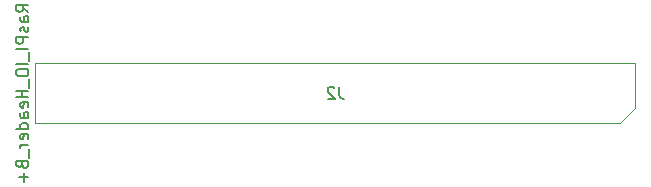
<source format=gbr>
G04 #@! TF.FileFunction,Other,Fab,Bot*
%FSLAX46Y46*%
G04 Gerber Fmt 4.6, Leading zero omitted, Abs format (unit mm)*
G04 Created by KiCad (PCBNEW 4.0.7) date 2017 October 09, Monday 22:10:02*
%MOMM*%
%LPD*%
G01*
G04 APERTURE LIST*
%ADD10C,0.100000*%
%ADD11C,0.150000*%
G04 APERTURE END LIST*
D10*
X204470000Y-60960000D02*
X204470000Y-57150000D01*
X204470000Y-57150000D02*
X153670000Y-57150000D01*
X153670000Y-57150000D02*
X153670000Y-62230000D01*
X153670000Y-62230000D02*
X203200000Y-62230000D01*
X203200000Y-62230000D02*
X204470000Y-60960000D01*
D11*
X153062381Y-52785238D02*
X152586190Y-52451904D01*
X153062381Y-52213809D02*
X152062381Y-52213809D01*
X152062381Y-52594762D01*
X152110000Y-52690000D01*
X152157619Y-52737619D01*
X152252857Y-52785238D01*
X152395714Y-52785238D01*
X152490952Y-52737619D01*
X152538571Y-52690000D01*
X152586190Y-52594762D01*
X152586190Y-52213809D01*
X153062381Y-53642381D02*
X152538571Y-53642381D01*
X152443333Y-53594762D01*
X152395714Y-53499524D01*
X152395714Y-53309047D01*
X152443333Y-53213809D01*
X153014762Y-53642381D02*
X153062381Y-53547143D01*
X153062381Y-53309047D01*
X153014762Y-53213809D01*
X152919524Y-53166190D01*
X152824286Y-53166190D01*
X152729048Y-53213809D01*
X152681429Y-53309047D01*
X152681429Y-53547143D01*
X152633810Y-53642381D01*
X153014762Y-54070952D02*
X153062381Y-54166190D01*
X153062381Y-54356666D01*
X153014762Y-54451905D01*
X152919524Y-54499524D01*
X152871905Y-54499524D01*
X152776667Y-54451905D01*
X152729048Y-54356666D01*
X152729048Y-54213809D01*
X152681429Y-54118571D01*
X152586190Y-54070952D01*
X152538571Y-54070952D01*
X152443333Y-54118571D01*
X152395714Y-54213809D01*
X152395714Y-54356666D01*
X152443333Y-54451905D01*
X153062381Y-54928095D02*
X152062381Y-54928095D01*
X152062381Y-55309048D01*
X152110000Y-55404286D01*
X152157619Y-55451905D01*
X152252857Y-55499524D01*
X152395714Y-55499524D01*
X152490952Y-55451905D01*
X152538571Y-55404286D01*
X152586190Y-55309048D01*
X152586190Y-54928095D01*
X153062381Y-55928095D02*
X152062381Y-55928095D01*
X153157619Y-56166190D02*
X153157619Y-56928095D01*
X153062381Y-57166190D02*
X152062381Y-57166190D01*
X152062381Y-57832856D02*
X152062381Y-58023333D01*
X152110000Y-58118571D01*
X152205238Y-58213809D01*
X152395714Y-58261428D01*
X152729048Y-58261428D01*
X152919524Y-58213809D01*
X153014762Y-58118571D01*
X153062381Y-58023333D01*
X153062381Y-57832856D01*
X153014762Y-57737618D01*
X152919524Y-57642380D01*
X152729048Y-57594761D01*
X152395714Y-57594761D01*
X152205238Y-57642380D01*
X152110000Y-57737618D01*
X152062381Y-57832856D01*
X153157619Y-58451904D02*
X153157619Y-59213809D01*
X153062381Y-59451904D02*
X152062381Y-59451904D01*
X152538571Y-59451904D02*
X152538571Y-60023333D01*
X153062381Y-60023333D02*
X152062381Y-60023333D01*
X153014762Y-60880476D02*
X153062381Y-60785238D01*
X153062381Y-60594761D01*
X153014762Y-60499523D01*
X152919524Y-60451904D01*
X152538571Y-60451904D01*
X152443333Y-60499523D01*
X152395714Y-60594761D01*
X152395714Y-60785238D01*
X152443333Y-60880476D01*
X152538571Y-60928095D01*
X152633810Y-60928095D01*
X152729048Y-60451904D01*
X153062381Y-61785238D02*
X152538571Y-61785238D01*
X152443333Y-61737619D01*
X152395714Y-61642381D01*
X152395714Y-61451904D01*
X152443333Y-61356666D01*
X153014762Y-61785238D02*
X153062381Y-61690000D01*
X153062381Y-61451904D01*
X153014762Y-61356666D01*
X152919524Y-61309047D01*
X152824286Y-61309047D01*
X152729048Y-61356666D01*
X152681429Y-61451904D01*
X152681429Y-61690000D01*
X152633810Y-61785238D01*
X153062381Y-62690000D02*
X152062381Y-62690000D01*
X153014762Y-62690000D02*
X153062381Y-62594762D01*
X153062381Y-62404285D01*
X153014762Y-62309047D01*
X152967143Y-62261428D01*
X152871905Y-62213809D01*
X152586190Y-62213809D01*
X152490952Y-62261428D01*
X152443333Y-62309047D01*
X152395714Y-62404285D01*
X152395714Y-62594762D01*
X152443333Y-62690000D01*
X153014762Y-63547143D02*
X153062381Y-63451905D01*
X153062381Y-63261428D01*
X153014762Y-63166190D01*
X152919524Y-63118571D01*
X152538571Y-63118571D01*
X152443333Y-63166190D01*
X152395714Y-63261428D01*
X152395714Y-63451905D01*
X152443333Y-63547143D01*
X152538571Y-63594762D01*
X152633810Y-63594762D01*
X152729048Y-63118571D01*
X153062381Y-64023333D02*
X152395714Y-64023333D01*
X152586190Y-64023333D02*
X152490952Y-64070952D01*
X152443333Y-64118571D01*
X152395714Y-64213809D01*
X152395714Y-64309048D01*
X153157619Y-64404286D02*
X153157619Y-65166191D01*
X152538571Y-65737620D02*
X152586190Y-65880477D01*
X152633810Y-65928096D01*
X152729048Y-65975715D01*
X152871905Y-65975715D01*
X152967143Y-65928096D01*
X153014762Y-65880477D01*
X153062381Y-65785239D01*
X153062381Y-65404286D01*
X152062381Y-65404286D01*
X152062381Y-65737620D01*
X152110000Y-65832858D01*
X152157619Y-65880477D01*
X152252857Y-65928096D01*
X152348095Y-65928096D01*
X152443333Y-65880477D01*
X152490952Y-65832858D01*
X152538571Y-65737620D01*
X152538571Y-65404286D01*
X152681429Y-66404286D02*
X152681429Y-67166191D01*
X153062381Y-66785239D02*
X152300476Y-66785239D01*
X179403333Y-59142381D02*
X179403333Y-59856667D01*
X179450953Y-59999524D01*
X179546191Y-60094762D01*
X179689048Y-60142381D01*
X179784286Y-60142381D01*
X178974762Y-59237619D02*
X178927143Y-59190000D01*
X178831905Y-59142381D01*
X178593809Y-59142381D01*
X178498571Y-59190000D01*
X178450952Y-59237619D01*
X178403333Y-59332857D01*
X178403333Y-59428095D01*
X178450952Y-59570952D01*
X179022381Y-60142381D01*
X178403333Y-60142381D01*
M02*

</source>
